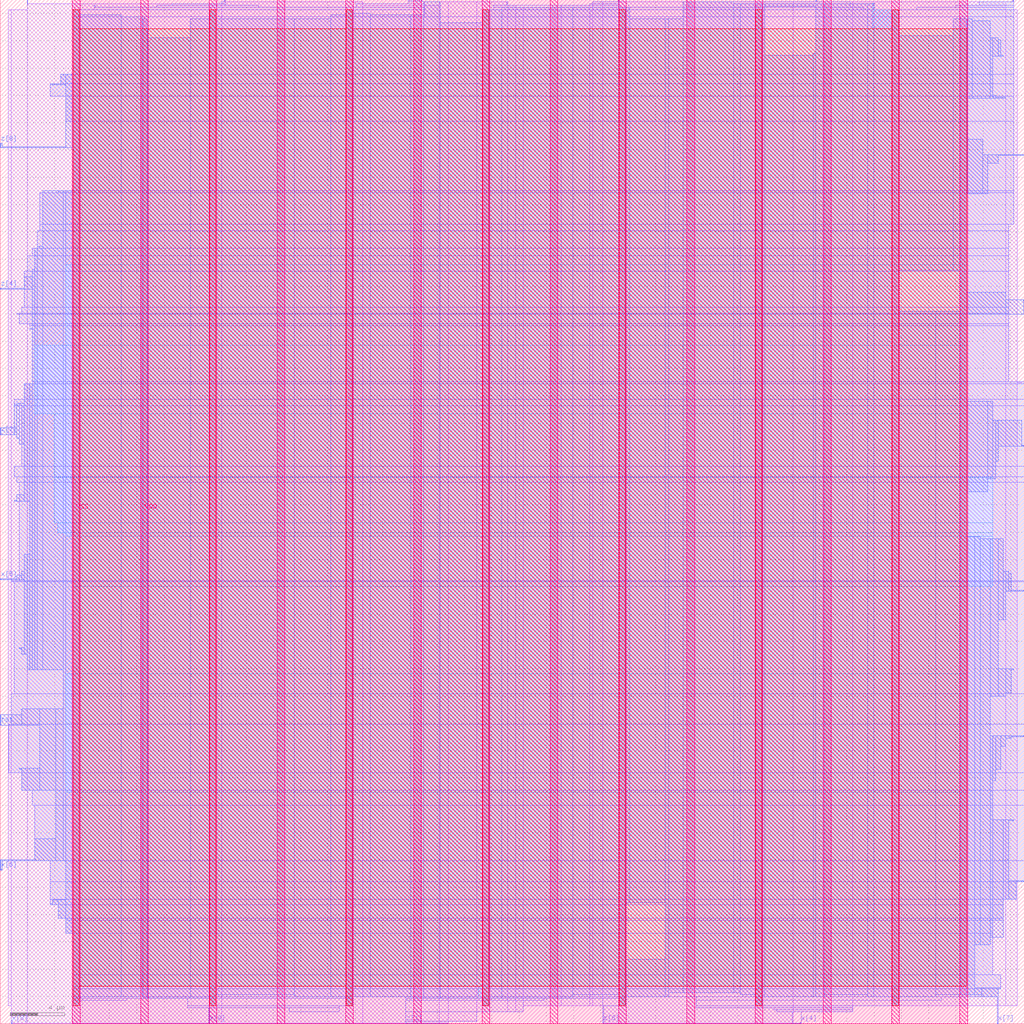
<source format=lef>
VERSION 5.8 ;
BUSBITCHARS "[]" ;
DIVIDERCHAR "/" ;
UNITS
    DATABASE MICRONS 2000 ;
END UNITS

VIA via1_2_1120_340_1_3_300_300
  VIARULE Via1Array-0 ;
  CUTSIZE 0.07 0.07 ;
  LAYERS metal1 via1 metal2 ;
  CUTSPACING 0.08 0.08 ;
  ENCLOSURE 0.035 0.05 0.035 0.035 ;
  ROWCOL 1 3 ;
END via1_2_1120_340_1_3_300_300

VIA via2_3_1120_340_1_3_320_320
  VIARULE Via2Array-0 ;
  CUTSIZE 0.07 0.07 ;
  LAYERS metal2 via2 metal3 ;
  CUTSPACING 0.09 0.09 ;
  ENCLOSURE 0.035 0.035 0.035 0.035 ;
  ROWCOL 1 3 ;
END via2_3_1120_340_1_3_320_320

VIA via3_4_1120_340_1_3_320_320
  VIARULE Via3Array-0 ;
  CUTSIZE 0.07 0.07 ;
  LAYERS metal3 via3 metal4 ;
  CUTSPACING 0.09 0.09 ;
  ENCLOSURE 0.035 0.035 0.035 0.035 ;
  ROWCOL 1 3 ;
END via3_4_1120_340_1_3_320_320

VIA via4_5_1120_340_1_2_600_600
  VIARULE Via4Array-0 ;
  CUTSIZE 0.14 0.14 ;
  LAYERS metal4 via4 metal5 ;
  CUTSPACING 0.16 0.16 ;
  ENCLOSURE 0 0 0 0 ;
  ROWCOL 1 2 ;
END via4_5_1120_340_1_2_600_600

VIA via5_6_1120_340_1_2_600_600
  VIARULE Via5Array-0 ;
  CUTSIZE 0.14 0.14 ;
  LAYERS metal5 via5 metal6 ;
  CUTSPACING 0.16 0.16 ;
  ENCLOSURE 0 0 0.06 0 ;
  ROWCOL 1 2 ;
END via5_6_1120_340_1_2_600_600

MACRO iir
  FOREIGN iir 0 0 ;
  CLASS BLOCK ;
  SIZE 75 BY 75 ;
  PIN clk
    DIRECTION INPUT ;
    USE SIGNAL ;
    PORT
      LAYER metal2 ;
        RECT  59.72 74.93 59.79 75 ;
    END
  END clk
  PIN rst
    DIRECTION INPUT ;
    USE SIGNAL ;
    PORT
      LAYER metal3 ;
        RECT  0 21.875 0.07 21.945 ;
    END
  END rst
  PIN x[0]
    DIRECTION INPUT ;
    USE SIGNAL ;
    PORT
      LAYER metal2 ;
        RECT  16.4 74.93 16.47 75 ;
    END
  END x[0]
  PIN x[10]
    DIRECTION INPUT ;
    USE SIGNAL ;
    PORT
      LAYER metal3 ;
        RECT  74.93 63.595 75 63.665 ;
    END
  END x[10]
  PIN x[1]
    DIRECTION INPUT ;
    USE SIGNAL ;
    PORT
      LAYER metal3 ;
        RECT  74.93 42.315 75 42.385 ;
    END
  END x[1]
  PIN x[2]
    DIRECTION INPUT ;
    USE SIGNAL ;
    PORT
      LAYER metal3 ;
        RECT  74.93 21.035 75 21.105 ;
    END
  END x[2]
  PIN x[3]
    DIRECTION INPUT ;
    USE SIGNAL ;
    PORT
      LAYER metal2 ;
        RECT  74.16 74.93 74.23 75 ;
    END
  END x[3]
  PIN x[4]
    DIRECTION INPUT ;
    USE SIGNAL ;
    PORT
      LAYER metal2 ;
        RECT  58.58 0 58.65 0.07 ;
    END
  END x[4]
  PIN x[5]
    DIRECTION INPUT ;
    USE SIGNAL ;
    PORT
      LAYER metal3 ;
        RECT  0 32.515 0.07 32.585 ;
    END
  END x[5]
  PIN x[6]
    DIRECTION INPUT ;
    USE SIGNAL ;
    PORT
      LAYER metal3 ;
        RECT  0 11.235 0.07 11.305 ;
    END
  END x[6]
  PIN x[7]
    DIRECTION INPUT ;
    USE SIGNAL ;
    PORT
      LAYER metal2 ;
        RECT  73.02 0 73.09 0.07 ;
    END
  END x[7]
  PIN x[8]
    DIRECTION INPUT ;
    USE SIGNAL ;
    PORT
      LAYER metal2 ;
        RECT  0.82 0 0.89 0.07 ;
    END
  END x[8]
  PIN x[9]
    DIRECTION INPUT ;
    USE SIGNAL ;
    PORT
      LAYER metal2 ;
        RECT  15.26 0 15.33 0.07 ;
    END
  END x[9]
  PIN z[0]
    DIRECTION OUTPUT ;
    USE SIGNAL ;
    PORT
      LAYER metal2 ;
        RECT  30.84 74.93 30.91 75 ;
    END
  END z[0]
  PIN z[10]
    DIRECTION OUTPUT ;
    USE SIGNAL ;
    PORT
      LAYER metal3 ;
        RECT  74.93 10.395 75 10.465 ;
    END
  END z[10]
  PIN z[1]
    DIRECTION OUTPUT ;
    USE SIGNAL ;
    PORT
      LAYER metal2 ;
        RECT  29.7 0 29.77 0.07 ;
    END
  END z[1]
  PIN z[2]
    DIRECTION OUTPUT ;
    USE SIGNAL ;
    PORT
      LAYER metal2 ;
        RECT  1.96 74.93 2.03 75 ;
    END
  END z[2]
  PIN z[3]
    DIRECTION OUTPUT ;
    USE SIGNAL ;
    PORT
      LAYER metal3 ;
        RECT  74.93 52.955 75 53.025 ;
    END
  END z[3]
  PIN z[4]
    DIRECTION OUTPUT ;
    USE SIGNAL ;
    PORT
      LAYER metal3 ;
        RECT  0 53.795 0.07 53.865 ;
    END
  END z[4]
  PIN z[5]
    DIRECTION OUTPUT ;
    USE SIGNAL ;
    PORT
      LAYER metal2 ;
        RECT  45.28 74.93 45.35 75 ;
    END
  END z[5]
  PIN z[6]
    DIRECTION OUTPUT ;
    USE SIGNAL ;
    PORT
      LAYER metal2 ;
        RECT  44.14 0 44.21 0.07 ;
    END
  END z[6]
  PIN z[7]
    DIRECTION OUTPUT ;
    USE SIGNAL ;
    PORT
      LAYER metal3 ;
        RECT  0 43.155 0.07 43.225 ;
    END
  END z[7]
  PIN z[8]
    DIRECTION OUTPUT ;
    USE SIGNAL ;
    PORT
      LAYER metal3 ;
        RECT  0 64.435 0.07 64.505 ;
    END
  END z[8]
  PIN z[9]
    DIRECTION OUTPUT ;
    USE SIGNAL ;
    PORT
      LAYER metal3 ;
        RECT  74.93 31.675 75 31.745 ;
    END
  END z[9]
  PIN VSS
    DIRECTION INOUT ;
    USE GROUND ;
    PORT
      LAYER metal6 ;
        RECT  65.29 0 65.85 75 ;
        RECT  55.29 0 55.85 75 ;
        RECT  45.29 0 45.85 75 ;
        RECT  35.29 0 35.85 75 ;
        RECT  25.29 0 25.85 75 ;
        RECT  15.29 0 15.85 75 ;
        RECT  5.29 0 5.85 75 ;
    END
  END VSS
  PIN VDD
    DIRECTION INOUT ;
    USE POWER ;
    PORT
      LAYER metal6 ;
        RECT  70.29 0 70.85 75 ;
        RECT  60.29 0 60.85 75 ;
        RECT  50.29 0 50.85 75 ;
        RECT  40.29 0 40.85 75 ;
        RECT  30.29 0 30.85 75 ;
        RECT  20.29 0 20.85 75 ;
        RECT  10.29 0 10.85 75 ;
    END
  END VDD
  OBS
    LAYER metal1 ;
     RECT  0.57 1.315 0.82 74.285 ;
     RECT  0.82 0.035 1.96 74.285 ;
     RECT  1.96 0.035 16.21 74.725 ;
     RECT  16.21 0.035 26.54 74.865 ;
     RECT  26.54 0.035 32.17 74.585 ;
     RECT  32.17 0.035 32.81 74.865 ;
     RECT  32.81 0.175 34.9 74.865 ;
     RECT  34.9 0.875 37.18 74.865 ;
     RECT  37.18 0.875 37.75 74.585 ;
     RECT  37.75 0.875 38.32 74.445 ;
     RECT  38.32 1.315 41.1 74.445 ;
     RECT  41.1 1.315 43.19 74.585 ;
     RECT  43.19 1.315 43.38 74.725 ;
     RECT  43.38 1.315 44.14 74.865 ;
     RECT  44.14 0.035 58.08 74.865 ;
     RECT  58.08 0.875 62.45 74.865 ;
     RECT  62.45 1.315 73.66 74.865 ;
     RECT  73.66 1.315 74.48 74.285 ;
     RECT  74.48 46.935 74.8 47.005 ;
    LAYER metal2 ;
     RECT  29.89 0 31.29 0.035 ;
     RECT  29.7 0.035 32.81 0.175 ;
     RECT  0.82 0.035 0.89 0.245 ;
     RECT  29.7 0.175 34.9 0.875 ;
     RECT  58.01 0.035 58.65 0.875 ;
     RECT  56.87 0.875 62.45 1.015 ;
     RECT  15.26 0.035 15.33 1.155 ;
     RECT  21.15 0.875 24.83 1.155 ;
     RECT  56.68 1.015 62.45 1.155 ;
     RECT  13.74 1.155 24.83 1.33 ;
     RECT  44.14 0.035 44.21 1.33 ;
     RECT  50.98 1.155 62.45 1.33 ;
     RECT  5.34 1.33 5.8 1.715 ;
     RECT  29.7 0.875 38.32 1.715 ;
     RECT  50.98 1.33 65.8 1.715 ;
     RECT  5.34 1.715 9.25 1.855 ;
     RECT  13.74 1.33 25.8 1.855 ;
     RECT  29.7 1.715 39.84 1.855 ;
     RECT  44.14 1.33 45.8 1.855 ;
     RECT  5.34 1.855 25.8 1.995 ;
     RECT  29.7 1.855 45.8 1.995 ;
     RECT  50.98 1.715 68.91 1.995 ;
     RECT  73.02 0.035 73.09 1.995 ;
     RECT  5.34 1.995 73.09 2.555 ;
     RECT  5.34 2.555 73.28 3.605 ;
     RECT  5.34 3.605 72.71 6.615 ;
     RECT  4.81 6.615 72.71 7.595 ;
     RECT  4.81 7.595 73.47 7.735 ;
     RECT  4.24 7.735 73.47 8.715 ;
     RECT  3.67 8.715 73.47 9.135 ;
     RECT  3.67 9.135 74.42 10.395 ;
     RECT  3.67 10.395 74.99 11.935 ;
     RECT  2.53 11.935 74.99 15.995 ;
     RECT  2.34 15.995 74.99 17.115 ;
     RECT  1.58 17.115 74.99 18.375 ;
     RECT  0.63 18.375 74.99 21.945 ;
     RECT  0.82 21.945 74.99 24.185 ;
     RECT  1.01 24.185 74.99 32.375 ;
     RECT  0.82 32.375 74.99 32.445 ;
     RECT  1.39 32.445 74.99 39.655 ;
     RECT  1.2 39.655 74.99 40.075 ;
     RECT  1.01 40.075 74.99 40.845 ;
     RECT  1.58 40.845 74.99 45.255 ;
     RECT  1.01 45.255 74.99 45.745 ;
     RECT  1.77 45.745 74.99 46.865 ;
     RECT  2.34 46.865 74.99 47.005 ;
     RECT  2.34 47.005 73.85 51.135 ;
     RECT  2.15 51.135 73.85 51.275 ;
     RECT  1.39 51.275 73.85 51.975 ;
     RECT  1.2 51.975 73.85 52.045 ;
     RECT  1.58 52.045 73.85 52.465 ;
     RECT  1.77 52.465 73.85 55.125 ;
     RECT  1.96 55.125 73.85 56.245 ;
     RECT  2.34 56.245 73.85 56.805 ;
     RECT  2.72 56.805 73.85 58.065 ;
     RECT  2.91 58.065 73.85 58.555 ;
     RECT  2.91 58.555 74.23 60.865 ;
     RECT  4.24 60.865 74.23 61.005 ;
     RECT  5.34 61.005 74.23 66.115 ;
     RECT  4.81 66.115 74.23 67.935 ;
     RECT  3.67 67.935 74.23 68.845 ;
     RECT  4.43 68.845 74.23 69.545 ;
     RECT  5.34 69.545 74.23 73.745 ;
     RECT  5.34 73.745 31.1 74.27 ;
     RECT  35.34 73.745 74.23 74.27 ;
     RECT  6.9 74.27 31.1 74.445 ;
     RECT  36.16 74.27 63.21 74.445 ;
     RECT  67.13 74.27 74.23 74.445 ;
     RECT  6.9 74.445 6.97 74.585 ;
     RECT  11.46 74.445 18.94 74.585 ;
     RECT  36.16 74.445 45.35 74.585 ;
     RECT  69.98 74.445 74.23 74.585 ;
     RECT  12.6 74.585 16.47 74.725 ;
     RECT  26.09 74.445 31.1 74.725 ;
     RECT  43.19 74.585 45.35 74.725 ;
     RECT  16.21 74.725 16.47 74.865 ;
     RECT  29.89 74.725 31.1 74.865 ;
     RECT  37.11 74.585 37.18 74.865 ;
     RECT  43.38 74.725 45.35 74.865 ;
     RECT  50.41 74.445 62.26 74.865 ;
     RECT  71.69 74.585 74.23 74.865 ;
     RECT  1.96 74.655 2.03 74.965 ;
     RECT  16.4 74.865 16.47 74.965 ;
     RECT  29.89 74.865 30.91 74.965 ;
     RECT  45.28 74.865 45.35 74.965 ;
     RECT  59.72 74.865 59.79 74.965 ;
     RECT  74.16 74.865 74.23 74.965 ;
     RECT  29.89 74.965 30.72 75 ;
    LAYER metal3 ;
     RECT  0 11.375 0.035 12.005 ;
     RECT  0 22.015 0.035 22.645 ;
     RECT  0 43.295 0.035 43.645 ;
     RECT  0 64.155 0.035 64.365 ;
     RECT  0.035 11.235 0.13 12.005 ;
     RECT  0.035 64.155 0.13 64.505 ;
     RECT  0.035 43.155 1.01 43.645 ;
     RECT  0.035 32.515 1.2 32.585 ;
     RECT  1.01 38.255 1.2 38.325 ;
     RECT  1.01 43.155 1.2 45.325 ;
     RECT  1.2 42.875 1.39 45.465 ;
     RECT  1.39 18.655 1.58 18.725 ;
     RECT  0.035 21.875 1.58 22.645 ;
     RECT  1.39 27.475 1.58 27.545 ;
     RECT  1.2 32.515 1.58 32.865 ;
     RECT  1.58 27.055 1.77 27.545 ;
     RECT  1.58 32.515 1.77 33.145 ;
     RECT  1.2 38.255 1.77 38.745 ;
     RECT  1.39 42.455 1.77 45.465 ;
     RECT  0.035 53.795 1.77 53.865 ;
     RECT  1.77 27.055 1.96 34.405 ;
     RECT  1.96 25.935 2.15 34.405 ;
     RECT  1.77 38.255 2.15 46.865 ;
     RECT  2.15 25.935 2.34 46.865 ;
     RECT  2.15 50.855 2.34 50.925 ;
     RECT  1.77 53.795 2.34 54.705 ;
     RECT  0.13 11.935 2.53 12.005 ;
     RECT  2.34 25.935 2.53 55.265 ;
     RECT  2.53 25.935 2.72 56.805 ;
     RECT  1.58 17.115 2.91 18.725 ;
     RECT  1.58 21.875 2.91 23.065 ;
     RECT  2.72 25.935 3.1 56.945 ;
     RECT  3.67 8.715 3.86 8.785 ;
     RECT  2.53 11.935 4.05 13.545 ;
     RECT  2.91 17.115 4.05 23.065 ;
     RECT  3.86 8.715 4.24 9.065 ;
     RECT  3.67 68.775 4.43 68.845 ;
     RECT  4.05 11.935 4.62 23.065 ;
     RECT  3.1 25.935 4.62 61.005 ;
     RECT  4.24 7.735 4.81 9.065 ;
     RECT  4.62 11.935 4.81 61.005 ;
     RECT  0.13 64.155 4.81 64.225 ;
     RECT  4.43 68.775 4.81 69.545 ;
     RECT  4.81 6.615 5.34 61.005 ;
     RECT  4.81 64.155 5.34 69.545 ;
     RECT  5.34 1.33 5.8 74.27 ;
     RECT  5.8 1.995 8.87 73.885 ;
     RECT  8.87 1.995 10.39 73.745 ;
     RECT  10.39 1.995 10.465 73.605 ;
     RECT  10.465 1.855 10.77 73.605 ;
     RECT  10.77 1.855 10.8 72.87 ;
     RECT  10.8 1.855 13.93 72.205 ;
     RECT  13.93 1.855 15.34 73.605 ;
     RECT  15.34 1.33 15.8 74.27 ;
     RECT  15.8 2.135 21.53 73.605 ;
     RECT  21.53 1.995 24.19 73.605 ;
     RECT  24.19 1.995 25.34 73.885 ;
     RECT  25.34 1.33 25.8 74.27 ;
     RECT  25.8 1.995 27.11 74.025 ;
     RECT  27.11 1.995 30.08 73.885 ;
     RECT  30.08 1.855 31.03 73.885 ;
     RECT  31.03 1.855 32.24 74.865 ;
     RECT  32.24 1.855 35.34 73.325 ;
     RECT  35.34 1.33 35.8 74.27 ;
     RECT  35.8 1.855 36.73 74.27 ;
     RECT  36.73 1.855 41.93 74.445 ;
     RECT  41.93 2.135 45.34 74.445 ;
     RECT  45.34 1.33 45.8 74.445 ;
     RECT  45.8 8.855 46.11 74.445 ;
     RECT  45.8 1.995 48.7 4.725 ;
     RECT  46.11 8.855 48.7 73.605 ;
     RECT  48.7 1.995 48.96 73.605 ;
     RECT  48.96 2.275 50.03 73.605 ;
     RECT  50.03 2.275 53.71 74.865 ;
     RECT  53.71 2.275 54.21 74.725 ;
     RECT  54.21 2.135 55.34 74.725 ;
     RECT  55.34 1.33 55.8 74.725 ;
     RECT  55.8 1.995 55.99 74.725 ;
     RECT  55.99 1.995 59.53 70.945 ;
     RECT  59.53 1.995 59.72 71.085 ;
     RECT  55.99 74.515 59.72 74.725 ;
     RECT  59.72 1.995 60.36 74.725 ;
     RECT  60.36 2.135 63.52 74.725 ;
     RECT  63.52 1.995 63.97 74.725 ;
     RECT  63.97 1.995 65.34 74.27 ;
     RECT  65.34 1.33 65.8 74.27 ;
     RECT  65.8 1.995 68.53 52.185 ;
     RECT  65.8 55.195 69.79 72.345 ;
     RECT  68.53 2.135 70.34 52.185 ;
     RECT  69.79 55.195 70.34 73.605 ;
     RECT  70.34 2.135 70.8 73.605 ;
     RECT  70.8 60.795 70.81 73.605 ;
     RECT  70.81 67.795 71.19 73.605 ;
     RECT  70.8 2.135 71.38 35.665 ;
     RECT  71.38 5.775 71.76 35.665 ;
     RECT  71.38 2.135 71.88 2.625 ;
     RECT  70.81 60.795 71.95 64.785 ;
     RECT  70.8 38.955 72.33 45.605 ;
     RECT  71.95 60.795 72.33 63.665 ;
     RECT  71.76 5.775 72.52 35.525 ;
     RECT  71.19 67.795 72.52 73.465 ;
     RECT  72.52 6.335 72.71 21.105 ;
     RECT  72.33 39.935 72.71 45.605 ;
     RECT  72.52 67.795 72.71 72.205 ;
     RECT  72.71 17.815 72.9 21.105 ;
     RECT  72.71 39.935 72.9 44.205 ;
     RECT  72.71 67.795 72.9 68.005 ;
     RECT  71.88 1.995 73.09 2.625 ;
     RECT  72.52 23.975 73.09 35.525 ;
     RECT  72.9 41.195 73.09 44.205 ;
     RECT  72.33 63.035 73.09 63.665 ;
     RECT  72.71 70.875 73.09 72.205 ;
     RECT  73.09 2.555 73.28 2.625 ;
     RECT  72.9 18.655 73.28 21.105 ;
     RECT  73.09 70.875 73.28 72.065 ;
     RECT  72.71 6.335 73.47 14.945 ;
     RECT  73.09 29.575 73.47 35.525 ;
     RECT  73.28 70.875 73.47 70.945 ;
     RECT  73.28 20.335 73.66 21.105 ;
     RECT  73.09 23.975 73.66 26.005 ;
     RECT  73.47 29.575 73.66 33.145 ;
     RECT  70.8 51.975 73.66 53.585 ;
     RECT  72.9 67.795 73.66 67.865 ;
     RECT  73.47 9.135 73.85 14.945 ;
     RECT  73.66 31.675 73.85 33.145 ;
     RECT  73.66 24.255 74.04 26.005 ;
     RECT  73.85 31.675 74.04 33.005 ;
     RECT  73.66 20.895 74.05 21.105 ;
     RECT  73.85 14.875 74.23 14.945 ;
     RECT  74.04 25.935 74.23 26.005 ;
     RECT  73.85 9.135 74.42 10.465 ;
     RECT  73.09 42.315 74.8 44.205 ;
     RECT  74.42 10.395 74.965 10.465 ;
     RECT  74.05 21.035 74.965 21.105 ;
     RECT  74.04 31.675 74.965 31.745 ;
     RECT  74.8 42.315 74.965 42.385 ;
     RECT  73.66 51.975 74.965 53.025 ;
     RECT  73.09 63.595 74.965 63.665 ;
     RECT  74.965 51.975 75 52.885 ;
    LAYER metal4 ;
     RECT  35.34 1.33 35.8 1.96 ;
     RECT  5.34 1.33 5.8 2.73 ;
     RECT  15.34 1.33 15.8 2.73 ;
     RECT  25.34 1.33 25.8 2.73 ;
     RECT  35.025 1.96 35.8 2.73 ;
     RECT  45.34 1.33 45.8 2.73 ;
     RECT  55.34 1.33 55.8 2.73 ;
     RECT  65.34 1.33 65.8 2.73 ;
     RECT  5.34 2.73 70.8 16.94 ;
     RECT  4.785 16.94 70.8 25.62 ;
     RECT  5.34 25.62 70.8 32.06 ;
     RECT  5.34 32.06 72.685 35.7 ;
     RECT  4.785 35.7 72.685 35.98 ;
     RECT  4.225 35.98 72.685 36.68 ;
     RECT  3.945 36.68 72.685 40.04 ;
     RECT  3.945 40.04 70.8 44.66 ;
     RECT  2.545 44.66 70.8 49.7 ;
     RECT  4.785 49.7 70.8 55.58 ;
     RECT  5.34 55.58 70.8 72.87 ;
     RECT  5.34 72.87 5.8 74.27 ;
     RECT  15.34 72.87 15.8 74.27 ;
     RECT  25.34 72.87 25.8 74.27 ;
     RECT  35.34 72.87 35.8 74.27 ;
     RECT  45.34 72.87 45.8 74.27 ;
     RECT  55.34 72.87 55.8 74.27 ;
     RECT  63.865 72.87 65.8 74.27 ;
     RECT  63.865 74.27 64.005 74.76 ;
    LAYER metal5 ;
     RECT  5.35 1.33 5.79 74.27 ;
     RECT  5.79 2.73 15.35 72.87 ;
     RECT  15.35 1.33 15.79 74.27 ;
     RECT  15.79 2.73 25.35 72.87 ;
     RECT  25.35 1.33 25.79 74.27 ;
     RECT  25.79 2.73 35.35 72.87 ;
     RECT  35.35 1.33 35.79 74.27 ;
     RECT  35.79 2.73 45.35 72.87 ;
     RECT  45.35 1.33 45.79 74.27 ;
     RECT  45.79 2.73 55.35 72.87 ;
     RECT  55.35 1.33 55.79 74.27 ;
     RECT  55.79 2.73 65.35 72.87 ;
     RECT  65.35 1.33 65.79 74.27 ;
     RECT  65.79 2.73 70.79 72.87 ;
    LAYER metal6 ;
     RECT  5.29 0 70.85 75 ;
  END
END iir
END LIBRARY

</source>
